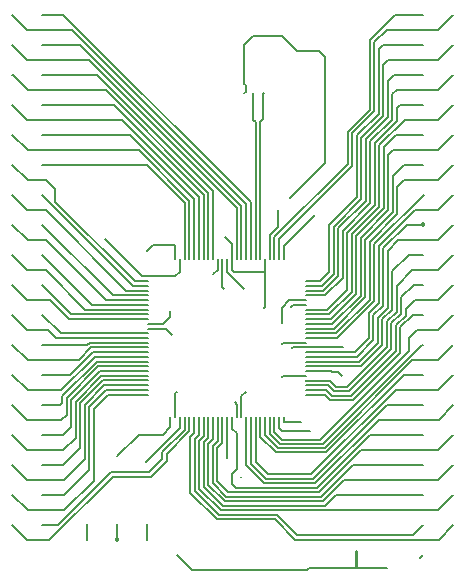
<source format=gbr>
G04 EAGLE Gerber RS-274X export*
G75*
%MOMM*%
%FSLAX34Y34*%
%LPD*%
%INTop Copper*%
%IPPOS*%
%AMOC8*
5,1,8,0,0,1.08239X$1,22.5*%
G01*
%ADD10C,0.203200*%
%ADD11C,0.254000*%
%ADD12C,0.304800*%


D10*
X279725Y182566D02*
X300288Y182566D01*
X301244Y181610D01*
X306324Y181610D01*
X309563Y178371D01*
X311152Y202566D02*
X279725Y202566D01*
X279725Y238566D02*
X268538Y238566D01*
X266446Y236474D01*
X268606Y202566D02*
X279725Y202566D01*
X268606Y202566D02*
X267970Y201930D01*
X220725Y154179D02*
X220725Y143566D01*
X220725Y154179D02*
X218948Y155956D01*
X204725Y268479D02*
X204725Y277566D01*
X204725Y268479D02*
X200660Y264414D01*
X378524Y27051D02*
X375984Y24511D01*
X158812Y222566D02*
X145725Y222566D01*
X158812Y222566D02*
X164592Y228346D01*
X164592Y233680D01*
X321564Y16002D02*
X347853Y16002D01*
X297053Y16002D02*
X281686Y16002D01*
X279908Y14224D01*
X182563Y14224D01*
X170371Y26416D01*
D11*
X321564Y30607D02*
X321818Y16510D01*
X321945Y16383D01*
X321818Y16256D01*
D10*
X321564Y16002D01*
X297053Y16002D01*
X212725Y109093D02*
X212725Y143566D01*
X256725Y143566D02*
X256725Y134435D01*
X259080Y132080D01*
X283210Y132080D01*
X260725Y139834D02*
X260725Y143566D01*
X260725Y139834D02*
X260922Y139637D01*
X275527Y139637D01*
X275590Y139700D01*
X236725Y277566D02*
X236725Y393703D01*
X234950Y395478D01*
X234950Y417691D01*
X240725Y393379D02*
X240725Y277566D01*
X240725Y393379D02*
X243332Y395986D01*
X243332Y417565D01*
D11*
X242950Y417691D01*
D10*
X271780Y453644D02*
X259334Y466090D01*
X234442Y466090D01*
X227076Y458724D01*
X227076Y425704D01*
X228346Y424434D01*
X228346Y419087D01*
X226950Y417691D01*
X271780Y453644D02*
X290576Y453644D01*
X295910Y448310D01*
X295910Y358648D01*
X265938Y328676D01*
X260725Y288665D02*
X260725Y277566D01*
X260725Y288665D02*
X287020Y314960D01*
X248725Y297747D02*
X248725Y277566D01*
X248725Y297747D02*
X255778Y304800D01*
X255778Y318516D01*
X168725Y288475D02*
X168725Y277566D01*
X168725Y288475D02*
X167640Y289560D01*
X149860Y289560D01*
X144780Y284480D01*
X172725Y277566D02*
X172725Y266705D01*
X168910Y262890D01*
X140970Y262890D01*
X109220Y294640D01*
X208725Y277566D02*
X208725Y253555D01*
X210058Y252222D01*
X212725Y266065D02*
X212725Y277566D01*
X212725Y266065D02*
X226568Y252222D01*
X403924Y484188D02*
X403924Y484251D01*
X403924Y484188D02*
X391414Y471678D01*
X347980Y471678D01*
X337312Y461010D01*
X337312Y402336D01*
X256794Y294132D02*
X256794Y277635D01*
X256725Y277566D01*
X318770Y383794D02*
X337312Y402336D01*
X318770Y383794D02*
X318770Y356108D01*
X256794Y294132D01*
X252725Y295651D02*
X252725Y277566D01*
X333502Y403860D02*
X333502Y462534D01*
X354838Y483870D01*
X378143Y483870D01*
X378524Y484251D01*
X333502Y403860D02*
X314960Y385318D01*
X314960Y357886D01*
X252725Y295651D01*
X279725Y258566D02*
X291078Y258566D01*
X298958Y266446D01*
X298958Y306324D01*
X322580Y329946D01*
X322580Y382016D01*
X341122Y400558D01*
X341122Y454914D01*
X344932Y458724D01*
X378397Y458724D01*
X378524Y458851D01*
X403924Y458788D02*
X403924Y458851D01*
X403924Y458788D02*
X391160Y446024D01*
X349250Y446024D01*
X344932Y441706D01*
X344932Y398780D01*
X326390Y380238D01*
X326390Y328422D01*
X302768Y304800D01*
X302768Y264668D01*
X292862Y254762D01*
X279921Y254762D01*
X279725Y254566D01*
X279725Y250566D02*
X294000Y250566D01*
X306578Y263144D01*
X306578Y303276D01*
X330200Y326898D01*
X330200Y378714D01*
X348742Y397256D01*
X348742Y428244D01*
X354076Y433578D01*
X378397Y433578D01*
X378524Y433451D01*
X403924Y433451D02*
X403924Y433134D01*
X391414Y420624D01*
X356108Y420624D01*
X352552Y417068D01*
X352552Y395478D01*
X334010Y376936D01*
X334010Y325120D01*
X310388Y301498D01*
X310388Y261620D01*
X295402Y246634D01*
X279793Y246634D01*
X279725Y246566D01*
X359283Y408051D02*
X378524Y408051D01*
X359283Y408051D02*
X356362Y405130D01*
X356362Y393954D01*
X337820Y375412D01*
X337820Y323342D01*
X314198Y299720D01*
X314198Y251206D01*
X297434Y234442D01*
X279849Y234442D01*
X279725Y234566D01*
X279725Y230566D02*
X298892Y230566D01*
X318008Y249682D01*
X318008Y298196D01*
X341630Y321818D01*
X341630Y373634D01*
X403924Y407988D02*
X403924Y408051D01*
X403924Y407988D02*
X391160Y395224D01*
X363220Y395224D01*
X341630Y373634D01*
X300226Y226566D02*
X279725Y226566D01*
X300226Y226566D02*
X321818Y248158D01*
X321818Y296672D01*
X345440Y320294D01*
X345440Y372110D01*
X355854Y382524D01*
X378397Y382524D01*
X378524Y382651D01*
X403924Y382588D02*
X403924Y382651D01*
X403924Y382588D02*
X391160Y369824D01*
X353314Y369824D01*
X349250Y365760D01*
X349250Y318770D01*
X325628Y295148D01*
X325628Y246380D01*
X301752Y222504D01*
X279787Y222504D01*
X279725Y222566D01*
X279725Y218566D02*
X303148Y218566D01*
X329438Y244856D01*
X329438Y293624D01*
X353060Y317246D01*
X353060Y347980D01*
X362204Y357124D01*
X378397Y357124D01*
X378524Y357251D01*
X403924Y357188D02*
X403924Y357251D01*
X403924Y357188D02*
X391160Y344424D01*
X362712Y344424D01*
X356870Y338582D01*
X356870Y315468D01*
X333248Y291846D01*
X333248Y243078D01*
X304800Y214630D01*
X279789Y214630D01*
X279725Y214566D01*
X279725Y210566D02*
X306070Y210566D01*
X337058Y241554D01*
X337058Y289814D01*
X379222Y331978D01*
X378397Y331978D01*
X378524Y331851D01*
X403924Y331788D02*
X403924Y331851D01*
X403924Y331788D02*
X390906Y318770D01*
X371348Y318770D01*
X340868Y288290D01*
X340868Y239776D01*
X279917Y198374D02*
X279725Y198566D01*
X279917Y198374D02*
X320802Y198374D01*
X332740Y210312D01*
X332740Y231648D01*
X340868Y239776D01*
D12*
X378524Y306451D02*
X378206Y306769D01*
D10*
X378524Y306451D02*
X364617Y306451D01*
X344678Y286512D01*
X279725Y194566D02*
X279727Y194564D01*
X344678Y237998D02*
X344678Y286512D01*
X344678Y237998D02*
X336550Y229870D01*
X336550Y208534D01*
X322580Y194564D01*
X279727Y194564D01*
X403924Y306134D02*
X403924Y306451D01*
X403924Y306134D02*
X391414Y293624D01*
X357632Y293624D01*
X348488Y284480D01*
X348488Y235966D01*
X340360Y227838D01*
X340360Y206502D01*
X324358Y190500D01*
X279791Y190500D01*
X279725Y190566D01*
X279725Y186566D02*
X325758Y186566D01*
X344170Y204978D01*
X344170Y226314D01*
X352298Y234442D01*
X366395Y281051D02*
X378524Y281051D01*
X366395Y281051D02*
X352298Y266954D01*
X352298Y234442D01*
X403924Y280734D02*
X403924Y281051D01*
X403924Y280734D02*
X391414Y268224D01*
X369570Y268224D01*
X356108Y254762D01*
X356108Y232664D01*
X347980Y224536D01*
X347980Y202946D01*
X314452Y169418D01*
X304546Y169418D01*
X299466Y174498D01*
X279793Y174498D01*
X279725Y174566D01*
X279725Y170566D02*
X298064Y170566D01*
X303022Y165608D01*
X315976Y165608D01*
X351790Y201422D01*
X351790Y223012D01*
X359918Y231140D01*
X359918Y245110D01*
X370586Y255778D01*
X378397Y255778D01*
X378524Y255651D01*
X403924Y255588D02*
X403924Y255651D01*
X403924Y255588D02*
X391160Y242824D01*
X371348Y242824D01*
X363728Y235204D01*
X363728Y229362D01*
X355600Y221234D01*
X355600Y199644D01*
X296476Y166566D02*
X279725Y166566D01*
X296476Y166566D02*
X301244Y161798D01*
X317754Y161798D01*
X355600Y199644D01*
X295142Y162566D02*
X279725Y162566D01*
X295142Y162566D02*
X299720Y157988D01*
X319278Y157988D01*
X359410Y198120D01*
X359410Y219456D01*
X370332Y230378D01*
X378397Y230378D01*
X378524Y230251D01*
X403924Y230188D02*
X403924Y230251D01*
X403924Y230188D02*
X391160Y217424D01*
X252725Y143566D02*
X252725Y130815D01*
X259080Y124460D01*
X373634Y217424D02*
X391160Y217424D01*
X291179Y124460D02*
X259080Y124460D01*
X291179Y124460D02*
X366649Y199930D01*
X366649Y210439D01*
X373634Y217424D01*
X257302Y120904D02*
X248666Y129540D01*
X248666Y143507D01*
X248725Y143566D01*
X257302Y120904D02*
X293624Y120904D01*
X377571Y204851D02*
X378524Y204851D01*
X377571Y204851D02*
X293624Y120904D01*
X236725Y105413D02*
X236725Y143566D01*
X236725Y105413D02*
X247142Y94996D01*
X283718Y94996D01*
X403924Y179388D02*
X403924Y179451D01*
X403924Y179388D02*
X391414Y166878D01*
X355600Y166878D01*
X283718Y94996D01*
X232725Y104079D02*
X232725Y143566D01*
X232725Y104079D02*
X245618Y91186D01*
X285496Y91186D01*
X348234Y153924D01*
X378397Y153924D01*
X378524Y154051D01*
X228725Y143566D02*
X228725Y102745D01*
X244094Y87376D01*
X287020Y87376D01*
X403924Y153480D02*
X403924Y154051D01*
X403924Y153480D02*
X391668Y141224D01*
X340868Y141224D01*
X287020Y87376D01*
X333629Y128651D02*
X378524Y128651D01*
X333629Y128651D02*
X288544Y83566D01*
X216916Y143375D02*
X216725Y143566D01*
X216916Y143375D02*
X216916Y133858D01*
X220726Y130048D01*
X220726Y99822D01*
X216408Y95504D01*
X216408Y87122D01*
X219964Y83566D01*
X288544Y83566D01*
X208725Y121857D02*
X208725Y143566D01*
X208725Y121857D02*
X204216Y117348D01*
X204216Y89154D01*
X213614Y79756D01*
X290068Y79756D01*
X403924Y128588D02*
X403924Y128651D01*
X403924Y128588D02*
X391414Y116078D01*
X326390Y116078D01*
X290068Y79756D01*
X204725Y123191D02*
X204725Y143566D01*
X204725Y123191D02*
X200406Y118872D01*
X200406Y87630D01*
X212090Y75946D01*
X292100Y75946D01*
X319278Y103124D01*
X378397Y103124D01*
X378524Y103251D01*
X172725Y134117D02*
X172725Y143566D01*
X172725Y134117D02*
X144272Y105664D01*
X180725Y131449D02*
X180725Y143566D01*
X30798Y52134D02*
X30798Y52006D01*
X43434Y39370D01*
X62230Y39370D01*
X115951Y93091D01*
X148082Y93091D01*
X161544Y106553D01*
X161544Y112268D01*
X180725Y131449D01*
X403924Y52451D02*
X403924Y52134D01*
X391668Y39878D01*
X203962Y56896D02*
X181356Y79502D01*
X181356Y126746D01*
X184912Y130302D01*
X184912Y143379D01*
X184725Y143566D01*
X270383Y39878D02*
X391668Y39878D01*
X270383Y39878D02*
X253365Y56896D01*
X203962Y56896D01*
X403924Y103188D02*
X403924Y103251D01*
X403924Y103188D02*
X391160Y90424D01*
X311912Y90424D01*
X293624Y72136D01*
X210566Y72136D01*
X196596Y86106D01*
X196596Y120650D01*
X200914Y124968D01*
X200914Y143377D01*
X200725Y143566D01*
X196725Y143566D02*
X196725Y126113D01*
X192786Y122174D01*
X192786Y84582D01*
X209042Y68326D01*
X295148Y68326D01*
X304546Y77724D01*
X378397Y77724D01*
X378524Y77851D01*
X403924Y77788D02*
X403924Y77851D01*
X403924Y77788D02*
X391160Y65024D01*
X297180Y65024D01*
X296672Y64516D01*
X207518Y64516D01*
X188976Y83058D01*
X188976Y123698D01*
X192725Y127447D02*
X192725Y143566D01*
X192725Y127447D02*
X188976Y123698D01*
X188725Y128781D02*
X188725Y143566D01*
X188725Y128781D02*
X185166Y125222D01*
X185166Y81280D01*
X378460Y52451D02*
X378524Y52451D01*
X378460Y52451D02*
X369824Y43815D01*
X205740Y60706D02*
X185166Y81280D01*
X205740Y60706D02*
X254889Y60706D01*
X271907Y43688D01*
X272034Y43815D02*
X369824Y43815D01*
X272034Y43815D02*
X271907Y43688D01*
X145725Y166566D02*
X110178Y166566D01*
X95758Y152146D01*
X74232Y77534D02*
X56198Y77534D01*
X74232Y77534D02*
X95758Y99060D01*
X95758Y152146D01*
X30924Y77534D02*
X30798Y77534D01*
X30924Y77534D02*
X43688Y64770D01*
X74422Y64770D01*
X99568Y89662D01*
X99568Y150622D01*
X145719Y162560D02*
X145725Y162566D01*
X145719Y162560D02*
X111506Y162560D01*
X99568Y150622D01*
X164725Y143566D02*
X164725Y134753D01*
X158496Y128524D01*
X137668Y128524D01*
X119380Y110236D01*
X108844Y170566D02*
X145725Y170566D01*
X108844Y170566D02*
X91948Y153670D01*
X30798Y102934D02*
X30798Y102806D01*
X43434Y90170D01*
X74168Y90170D01*
X91948Y107950D01*
X91948Y153670D01*
X107510Y174566D02*
X145725Y174566D01*
X107510Y174566D02*
X88138Y155194D01*
X73978Y102934D02*
X56198Y102934D01*
X73978Y102934D02*
X88138Y117094D01*
X88138Y155194D01*
X106176Y178566D02*
X145725Y178566D01*
X106176Y178566D02*
X84328Y156718D01*
X30798Y128334D02*
X30798Y128206D01*
X43434Y115570D01*
X73914Y115570D01*
X84328Y125984D01*
X84328Y156718D01*
X104842Y182566D02*
X145725Y182566D01*
X104842Y182566D02*
X80518Y158242D01*
X80518Y134874D01*
X73914Y128270D01*
X56262Y128270D01*
X56198Y128334D01*
X30798Y153606D02*
X30798Y153734D01*
X30798Y153606D02*
X43434Y140970D01*
X72136Y140970D01*
X76708Y145542D01*
X76708Y159766D01*
X103508Y186566D02*
X145725Y186566D01*
X103508Y186566D02*
X76708Y159766D01*
X71438Y153734D02*
X56198Y153734D01*
X71438Y153734D02*
X72898Y155194D01*
X72898Y161290D01*
X102174Y190566D02*
X145725Y190566D01*
X102174Y190566D02*
X72898Y161290D01*
X30798Y179006D02*
X30798Y179134D01*
X30798Y179006D02*
X43688Y166116D01*
X72136Y166116D01*
X100586Y194566D02*
X145725Y194566D01*
X100586Y194566D02*
X72136Y166116D01*
X99252Y198566D02*
X145725Y198566D01*
X99252Y198566D02*
X79820Y179134D01*
X56198Y179134D01*
X30924Y204534D02*
X30798Y204534D01*
X30924Y204534D02*
X43688Y191770D01*
X86868Y191770D01*
X97664Y202566D02*
X145725Y202566D01*
X97664Y202566D02*
X86868Y191770D01*
X96330Y206566D02*
X145725Y206566D01*
X96330Y206566D02*
X93980Y204216D01*
X56516Y204216D01*
X56198Y204534D01*
X30798Y229806D02*
X30798Y229934D01*
X30798Y229806D02*
X43180Y217424D01*
X60960Y217424D01*
X67818Y210566D01*
X145725Y210566D01*
X56324Y229934D02*
X56198Y229934D01*
X71692Y214566D02*
X145725Y214566D01*
X71692Y214566D02*
X56324Y229934D01*
X78996Y226566D02*
X145725Y226566D01*
X78996Y226566D02*
X62738Y242824D01*
X43308Y242824D01*
X30798Y255334D01*
X56198Y255334D02*
X56198Y255206D01*
X80838Y230566D02*
X145725Y230566D01*
X80838Y230566D02*
X56198Y255206D01*
X30798Y280606D02*
X30798Y280734D01*
X30798Y280606D02*
X43434Y267970D01*
X58928Y267970D01*
X92332Y234566D02*
X145725Y234566D01*
X92332Y234566D02*
X58928Y267970D01*
X56198Y280606D02*
X56198Y280734D01*
X56198Y280606D02*
X94234Y242570D01*
X93980Y242570D01*
X98238Y238566D02*
X145725Y238566D01*
X98238Y238566D02*
X94234Y242570D01*
X30924Y306134D02*
X30798Y306134D01*
X30924Y306134D02*
X43688Y293370D01*
X59182Y293370D01*
X109986Y242566D02*
X145725Y242566D01*
X109986Y242566D02*
X59182Y293370D01*
X56324Y306134D02*
X56198Y306134D01*
X115892Y246566D02*
X145725Y246566D01*
X115892Y246566D02*
X56324Y306134D01*
X30798Y331406D02*
X30798Y331534D01*
X30798Y331406D02*
X43180Y319024D01*
X58928Y319024D01*
X127386Y250566D02*
X145725Y250566D01*
X127386Y250566D02*
X58928Y319024D01*
X133166Y254566D02*
X145725Y254566D01*
X133166Y254566D02*
X56198Y331534D01*
X30798Y356806D02*
X30798Y356934D01*
X30798Y356806D02*
X43688Y343916D01*
X59690Y343916D01*
X67310Y336296D01*
X67310Y325882D01*
X134626Y258566D02*
X145725Y258566D01*
X134626Y258566D02*
X67310Y325882D01*
X176725Y324925D02*
X176725Y277566D01*
X176725Y324925D02*
X144780Y356870D01*
X56262Y356870D01*
X56198Y356934D01*
X30924Y382334D02*
X30798Y382334D01*
X30924Y382334D02*
X43942Y369316D01*
X138176Y369316D01*
X180725Y326767D02*
X180725Y277566D01*
X180725Y326767D02*
X138176Y369316D01*
X184725Y328355D02*
X184725Y277566D01*
X130746Y382334D02*
X56198Y382334D01*
X130746Y382334D02*
X184725Y328355D01*
X30798Y407606D02*
X30798Y407734D01*
X30798Y407606D02*
X43434Y394970D01*
X123952Y394970D01*
X188725Y330197D02*
X188725Y277566D01*
X188725Y330197D02*
X123952Y394970D01*
X116776Y407734D02*
X56198Y407734D01*
X192725Y331785D02*
X192725Y277566D01*
X192725Y331785D02*
X116776Y407734D01*
X196725Y333373D02*
X196725Y277566D01*
X31178Y433134D02*
X30798Y433134D01*
X31178Y433134D02*
X43942Y420370D01*
X109728Y420370D01*
X196725Y333373D01*
X102806Y433134D02*
X56198Y433134D01*
X200725Y335215D02*
X200725Y277566D01*
X200725Y335215D02*
X102806Y433134D01*
X30798Y458406D02*
X30798Y458534D01*
X30798Y458406D02*
X43180Y446024D01*
X95504Y446024D01*
X220725Y320803D02*
X220725Y277566D01*
X220725Y320803D02*
X95504Y446024D01*
X88328Y458534D02*
X56198Y458534D01*
X224725Y322137D02*
X224725Y277566D01*
X224725Y322137D02*
X88328Y458534D01*
X30798Y483806D02*
X30798Y483934D01*
X30798Y483806D02*
X43434Y471170D01*
X81280Y471170D01*
X228725Y323725D02*
X228725Y277566D01*
X228725Y323725D02*
X81280Y471170D01*
X74104Y483934D02*
X56198Y483934D01*
X232725Y325313D02*
X232725Y277566D01*
X232725Y325313D02*
X74104Y483934D01*
X94046Y53274D02*
X94046Y39710D01*
X94046Y53274D02*
X93980Y53340D01*
D12*
X119380Y40491D02*
X119127Y39518D01*
D10*
X119380Y40491D02*
X119380Y53340D01*
X144716Y53277D02*
X144716Y39455D01*
X144716Y53277D02*
X144653Y53340D01*
X176725Y132783D02*
X176725Y143566D01*
X69660Y52134D02*
X56198Y52134D01*
X69660Y52134D02*
X114300Y96774D01*
X146558Y96774D01*
X157861Y108077D01*
X157861Y113919D01*
X176725Y132783D01*
X160656Y218566D02*
X145725Y218566D01*
X160656Y218566D02*
X165862Y213360D01*
X240725Y143566D02*
X240725Y126686D01*
X253778Y113633D01*
X296798Y113633D01*
X362616Y179451D02*
X378524Y179451D01*
X362616Y179451D02*
X296798Y113633D01*
X244725Y128115D02*
X244725Y143566D01*
X244725Y128115D02*
X255492Y117348D01*
X295148Y117348D01*
X369570Y191770D01*
X390843Y191770D01*
X403924Y204851D01*
X216725Y277566D02*
X216725Y290259D01*
X210820Y296164D01*
X224725Y92521D02*
X224790Y92456D01*
X265426Y242566D02*
X279725Y242566D01*
X265426Y242566D02*
X259080Y236220D01*
X259080Y223520D01*
X259906Y206566D02*
X279725Y206566D01*
X259906Y206566D02*
X259080Y205740D01*
X244725Y237105D02*
X244725Y266700D01*
X244725Y277566D01*
X244725Y237105D02*
X243840Y236220D01*
X224725Y161225D02*
X224725Y143566D01*
X224725Y161225D02*
X228600Y165100D01*
X168725Y163645D02*
X168725Y143566D01*
X168725Y163645D02*
X170180Y165100D01*
X259846Y178566D02*
X279725Y178566D01*
X259846Y178566D02*
X259080Y177800D01*
X216725Y268415D02*
X216725Y277566D01*
X216725Y268415D02*
X218440Y266700D01*
X244725Y266700D01*
M02*

</source>
